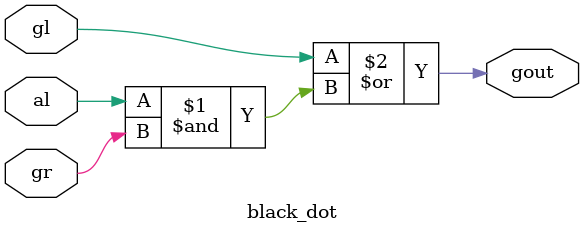
<source format=v>
module black_dot(gl,gr,al,gout);

input gl,al,gr;
output gout;

assign gout=gl | al&gr ;

endmodule

</source>
